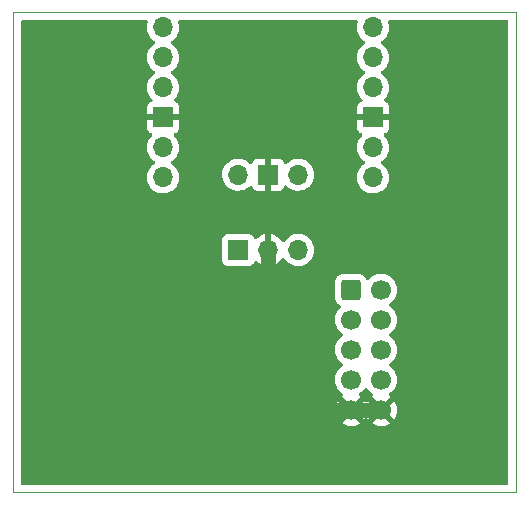
<source format=gbr>
%TF.GenerationSoftware,KiCad,Pcbnew,(6.0.8)*%
%TF.CreationDate,2022-10-05T13:18:44+02:00*%
%TF.ProjectId,Pico_Interface,5069636f-5f49-46e7-9465-72666163652e,rev?*%
%TF.SameCoordinates,Original*%
%TF.FileFunction,Copper,L2,Bot*%
%TF.FilePolarity,Positive*%
%FSLAX46Y46*%
G04 Gerber Fmt 4.6, Leading zero omitted, Abs format (unit mm)*
G04 Created by KiCad (PCBNEW (6.0.8)) date 2022-10-05 13:18:44*
%MOMM*%
%LPD*%
G01*
G04 APERTURE LIST*
G04 Aperture macros list*
%AMRoundRect*
0 Rectangle with rounded corners*
0 $1 Rounding radius*
0 $2 $3 $4 $5 $6 $7 $8 $9 X,Y pos of 4 corners*
0 Add a 4 corners polygon primitive as box body*
4,1,4,$2,$3,$4,$5,$6,$7,$8,$9,$2,$3,0*
0 Add four circle primitives for the rounded corners*
1,1,$1+$1,$2,$3*
1,1,$1+$1,$4,$5*
1,1,$1+$1,$6,$7*
1,1,$1+$1,$8,$9*
0 Add four rect primitives between the rounded corners*
20,1,$1+$1,$2,$3,$4,$5,0*
20,1,$1+$1,$4,$5,$6,$7,0*
20,1,$1+$1,$6,$7,$8,$9,0*
20,1,$1+$1,$8,$9,$2,$3,0*%
G04 Aperture macros list end*
%TA.AperFunction,Profile*%
%ADD10C,0.100000*%
%TD*%
%TA.AperFunction,ComponentPad*%
%ADD11O,1.700000X1.700000*%
%TD*%
%TA.AperFunction,ComponentPad*%
%ADD12R,1.700000X1.700000*%
%TD*%
%TA.AperFunction,ComponentPad*%
%ADD13C,1.700000*%
%TD*%
%TA.AperFunction,ComponentPad*%
%ADD14RoundRect,0.250000X-0.600000X-0.600000X0.600000X-0.600000X0.600000X0.600000X-0.600000X0.600000X0*%
%TD*%
%TA.AperFunction,Conductor*%
%ADD15C,1.250000*%
%TD*%
G04 APERTURE END LIST*
D10*
X85090000Y-106680000D02*
X127635000Y-106680000D01*
X127635000Y-106680000D02*
X127635000Y-147320000D01*
X127635000Y-147320000D02*
X85090000Y-147320000D01*
X85090000Y-147320000D02*
X85090000Y-106680000D01*
D11*
%TO.P,U1,15,GPIO11*%
%TO.N,unconnected-(U1-Pad15)*%
X97790000Y-107950000D03*
%TO.P,U1,16,GPIO12*%
%TO.N,Net-(U1-Pad16)*%
X97790000Y-110490000D03*
%TO.P,U1,17,GPIO13*%
%TO.N,Net-(U1-Pad17)*%
X97790000Y-113030000D03*
D12*
%TO.P,U1,18,GND*%
%TO.N,GND*%
X97790000Y-115570000D03*
D11*
%TO.P,U1,19,GPIO14*%
%TO.N,Net-(U1-Pad19)*%
X97790000Y-118110000D03*
%TO.P,U1,20,GPIO15*%
%TO.N,Net-(U1-Pad20)*%
X97790000Y-120650000D03*
%TO.P,U1,21,GPIO16*%
%TO.N,Net-(U1-Pad21)*%
X115570000Y-120650000D03*
%TO.P,U1,22,GPIO17*%
%TO.N,Net-(U1-Pad22)*%
X115570000Y-118110000D03*
D12*
%TO.P,U1,23,GND*%
%TO.N,GND*%
X115570000Y-115570000D03*
D11*
%TO.P,U1,24,GPIO18*%
%TO.N,Net-(U1-Pad24)*%
X115570000Y-113030000D03*
%TO.P,U1,25,GPIO19*%
%TO.N,Net-(U1-Pad25)*%
X115570000Y-110490000D03*
%TO.P,U1,26,GPIO20*%
%TO.N,unconnected-(U1-Pad26)*%
X115570000Y-107950000D03*
%TO.P,U1,41,SWCLK*%
%TO.N,Net-(U1-Pad41)*%
X104140000Y-120420000D03*
D12*
%TO.P,U1,42,GND*%
%TO.N,GND*%
X106680000Y-120420000D03*
D11*
%TO.P,U1,43,SWDIO*%
%TO.N,Net-(U1-Pad43)*%
X109220000Y-120420000D03*
%TD*%
D12*
%TO.P,J2,1,Pin_1*%
%TO.N,Net-(U1-Pad41)*%
X104140000Y-126796800D03*
D11*
%TO.P,J2,2,Pin_2*%
%TO.N,GND*%
X106680000Y-126796800D03*
%TO.P,J2,3,Pin_3*%
%TO.N,Net-(U1-Pad43)*%
X109220000Y-126796800D03*
%TD*%
D13*
%TO.P,J1,10,Pin_10*%
%TO.N,GND*%
X116222500Y-140335000D03*
%TO.P,J1,9,Pin_9*%
X113682500Y-140335000D03*
%TO.P,J1,8,Pin_8*%
%TO.N,Net-(U1-Pad25)*%
X116222500Y-137795000D03*
%TO.P,J1,7,Pin_7*%
%TO.N,Net-(U1-Pad16)*%
X113682500Y-137795000D03*
%TO.P,J1,6,Pin_6*%
%TO.N,Net-(U1-Pad24)*%
X116222500Y-135255000D03*
%TO.P,J1,5,Pin_5*%
%TO.N,Net-(U1-Pad17)*%
X113682500Y-135255000D03*
%TO.P,J1,4,Pin_4*%
%TO.N,Net-(U1-Pad22)*%
X116222500Y-132715000D03*
%TO.P,J1,3,Pin_3*%
%TO.N,Net-(U1-Pad19)*%
X113682500Y-132715000D03*
%TO.P,J1,2,Pin_2*%
%TO.N,Net-(U1-Pad21)*%
X116222500Y-130175000D03*
D14*
%TO.P,J1,1,Pin_1*%
%TO.N,Net-(U1-Pad20)*%
X113682500Y-130175000D03*
%TD*%
D15*
%TO.N,GND*%
X113682500Y-140335000D02*
X116222500Y-140335000D01*
X109855000Y-140335000D02*
X113682500Y-140335000D01*
X106680000Y-137160000D02*
X109855000Y-140335000D01*
X106680000Y-126796800D02*
X106680000Y-137160000D01*
%TD*%
%TA.AperFunction,Conductor*%
%TO.N,GND*%
G36*
X96459096Y-107335002D02*
G01*
X96505589Y-107388658D01*
X96515693Y-107458932D01*
X96510552Y-107479267D01*
X96510688Y-107479305D01*
X96450989Y-107694570D01*
X96427251Y-107916695D01*
X96427548Y-107921848D01*
X96427548Y-107921851D01*
X96433011Y-108016590D01*
X96440110Y-108139715D01*
X96441247Y-108144761D01*
X96441248Y-108144767D01*
X96461119Y-108232939D01*
X96489222Y-108357639D01*
X96573266Y-108564616D01*
X96689987Y-108755088D01*
X96836250Y-108923938D01*
X97008126Y-109066632D01*
X97078595Y-109107811D01*
X97081445Y-109109476D01*
X97130169Y-109161114D01*
X97143240Y-109230897D01*
X97116509Y-109296669D01*
X97076055Y-109330027D01*
X97063607Y-109336507D01*
X97059474Y-109339610D01*
X97059471Y-109339612D01*
X97035247Y-109357800D01*
X96884965Y-109470635D01*
X96730629Y-109632138D01*
X96604743Y-109816680D01*
X96510688Y-110019305D01*
X96450989Y-110234570D01*
X96427251Y-110456695D01*
X96427548Y-110461848D01*
X96427548Y-110461851D01*
X96433011Y-110556590D01*
X96440110Y-110679715D01*
X96441247Y-110684761D01*
X96441248Y-110684767D01*
X96461119Y-110772939D01*
X96489222Y-110897639D01*
X96573266Y-111104616D01*
X96689987Y-111295088D01*
X96836250Y-111463938D01*
X97008126Y-111606632D01*
X97078595Y-111647811D01*
X97081445Y-111649476D01*
X97130169Y-111701114D01*
X97143240Y-111770897D01*
X97116509Y-111836669D01*
X97076055Y-111870027D01*
X97063607Y-111876507D01*
X97059474Y-111879610D01*
X97059471Y-111879612D01*
X97035247Y-111897800D01*
X96884965Y-112010635D01*
X96730629Y-112172138D01*
X96604743Y-112356680D01*
X96510688Y-112559305D01*
X96450989Y-112774570D01*
X96427251Y-112996695D01*
X96427548Y-113001848D01*
X96427548Y-113001851D01*
X96433011Y-113096590D01*
X96440110Y-113219715D01*
X96441247Y-113224761D01*
X96441248Y-113224767D01*
X96461119Y-113312939D01*
X96489222Y-113437639D01*
X96573266Y-113644616D01*
X96689987Y-113835088D01*
X96836250Y-114003938D01*
X96840225Y-114007238D01*
X96840231Y-114007244D01*
X96845425Y-114011556D01*
X96885059Y-114070460D01*
X96886555Y-114141441D01*
X96849439Y-114201962D01*
X96809168Y-114226480D01*
X96701946Y-114266676D01*
X96686351Y-114275214D01*
X96584276Y-114351715D01*
X96571715Y-114364276D01*
X96495214Y-114466351D01*
X96486676Y-114481946D01*
X96441522Y-114602394D01*
X96437895Y-114617649D01*
X96432369Y-114668514D01*
X96432000Y-114675328D01*
X96432000Y-115297885D01*
X96436475Y-115313124D01*
X96437865Y-115314329D01*
X96445548Y-115316000D01*
X99129884Y-115316000D01*
X99145123Y-115311525D01*
X99146328Y-115310135D01*
X99147999Y-115302452D01*
X99147999Y-114675331D01*
X99147629Y-114668510D01*
X99142105Y-114617648D01*
X99138479Y-114602396D01*
X99093324Y-114481946D01*
X99084786Y-114466351D01*
X99008285Y-114364276D01*
X98995724Y-114351715D01*
X98893649Y-114275214D01*
X98878054Y-114266676D01*
X98767813Y-114225348D01*
X98711049Y-114182706D01*
X98686349Y-114116145D01*
X98701557Y-114046796D01*
X98723104Y-114018115D01*
X98824430Y-113917144D01*
X98824440Y-113917132D01*
X98828096Y-113913489D01*
X98887594Y-113830689D01*
X98955435Y-113736277D01*
X98958453Y-113732077D01*
X99057430Y-113531811D01*
X99122370Y-113318069D01*
X99151529Y-113096590D01*
X99153156Y-113030000D01*
X99134852Y-112807361D01*
X99080431Y-112590702D01*
X98991354Y-112385840D01*
X98870014Y-112198277D01*
X98719670Y-112033051D01*
X98715619Y-112029852D01*
X98715615Y-112029848D01*
X98548414Y-111897800D01*
X98548410Y-111897798D01*
X98544359Y-111894598D01*
X98503053Y-111871796D01*
X98453084Y-111821364D01*
X98438312Y-111751921D01*
X98463428Y-111685516D01*
X98490780Y-111658909D01*
X98534603Y-111627650D01*
X98669860Y-111531173D01*
X98828096Y-111373489D01*
X98887594Y-111290689D01*
X98955435Y-111196277D01*
X98958453Y-111192077D01*
X99057430Y-110991811D01*
X99122370Y-110778069D01*
X99151529Y-110556590D01*
X99153156Y-110490000D01*
X99134852Y-110267361D01*
X99080431Y-110050702D01*
X98991354Y-109845840D01*
X98870014Y-109658277D01*
X98719670Y-109493051D01*
X98715619Y-109489852D01*
X98715615Y-109489848D01*
X98548414Y-109357800D01*
X98548410Y-109357798D01*
X98544359Y-109354598D01*
X98503053Y-109331796D01*
X98453084Y-109281364D01*
X98438312Y-109211921D01*
X98463428Y-109145516D01*
X98490780Y-109118909D01*
X98534603Y-109087650D01*
X98669860Y-108991173D01*
X98828096Y-108833489D01*
X98887594Y-108750689D01*
X98955435Y-108656277D01*
X98958453Y-108652077D01*
X99057430Y-108451811D01*
X99122370Y-108238069D01*
X99151529Y-108016590D01*
X99153156Y-107950000D01*
X99134852Y-107727361D01*
X99080431Y-107510702D01*
X99071969Y-107491240D01*
X99063149Y-107420796D01*
X99093816Y-107356764D01*
X99154233Y-107319476D01*
X99187519Y-107315000D01*
X114170975Y-107315000D01*
X114239096Y-107335002D01*
X114285589Y-107388658D01*
X114295693Y-107458932D01*
X114290552Y-107479267D01*
X114290688Y-107479305D01*
X114230989Y-107694570D01*
X114207251Y-107916695D01*
X114207548Y-107921848D01*
X114207548Y-107921851D01*
X114213011Y-108016590D01*
X114220110Y-108139715D01*
X114221247Y-108144761D01*
X114221248Y-108144767D01*
X114241119Y-108232939D01*
X114269222Y-108357639D01*
X114353266Y-108564616D01*
X114469987Y-108755088D01*
X114616250Y-108923938D01*
X114788126Y-109066632D01*
X114858595Y-109107811D01*
X114861445Y-109109476D01*
X114910169Y-109161114D01*
X114923240Y-109230897D01*
X114896509Y-109296669D01*
X114856055Y-109330027D01*
X114843607Y-109336507D01*
X114839474Y-109339610D01*
X114839471Y-109339612D01*
X114815247Y-109357800D01*
X114664965Y-109470635D01*
X114510629Y-109632138D01*
X114384743Y-109816680D01*
X114290688Y-110019305D01*
X114230989Y-110234570D01*
X114207251Y-110456695D01*
X114207548Y-110461848D01*
X114207548Y-110461851D01*
X114213011Y-110556590D01*
X114220110Y-110679715D01*
X114221247Y-110684761D01*
X114221248Y-110684767D01*
X114241119Y-110772939D01*
X114269222Y-110897639D01*
X114353266Y-111104616D01*
X114469987Y-111295088D01*
X114616250Y-111463938D01*
X114788126Y-111606632D01*
X114858595Y-111647811D01*
X114861445Y-111649476D01*
X114910169Y-111701114D01*
X114923240Y-111770897D01*
X114896509Y-111836669D01*
X114856055Y-111870027D01*
X114843607Y-111876507D01*
X114839474Y-111879610D01*
X114839471Y-111879612D01*
X114815247Y-111897800D01*
X114664965Y-112010635D01*
X114510629Y-112172138D01*
X114384743Y-112356680D01*
X114290688Y-112559305D01*
X114230989Y-112774570D01*
X114207251Y-112996695D01*
X114207548Y-113001848D01*
X114207548Y-113001851D01*
X114213011Y-113096590D01*
X114220110Y-113219715D01*
X114221247Y-113224761D01*
X114221248Y-113224767D01*
X114241119Y-113312939D01*
X114269222Y-113437639D01*
X114353266Y-113644616D01*
X114469987Y-113835088D01*
X114616250Y-114003938D01*
X114620225Y-114007238D01*
X114620231Y-114007244D01*
X114625425Y-114011556D01*
X114665059Y-114070460D01*
X114666555Y-114141441D01*
X114629439Y-114201962D01*
X114589168Y-114226480D01*
X114481946Y-114266676D01*
X114466351Y-114275214D01*
X114364276Y-114351715D01*
X114351715Y-114364276D01*
X114275214Y-114466351D01*
X114266676Y-114481946D01*
X114221522Y-114602394D01*
X114217895Y-114617649D01*
X114212369Y-114668514D01*
X114212000Y-114675328D01*
X114212000Y-115297885D01*
X114216475Y-115313124D01*
X114217865Y-115314329D01*
X114225548Y-115316000D01*
X116909884Y-115316000D01*
X116925123Y-115311525D01*
X116926328Y-115310135D01*
X116927999Y-115302452D01*
X116927999Y-114675331D01*
X116927629Y-114668510D01*
X116922105Y-114617648D01*
X116918479Y-114602396D01*
X116873324Y-114481946D01*
X116864786Y-114466351D01*
X116788285Y-114364276D01*
X116775724Y-114351715D01*
X116673649Y-114275214D01*
X116658054Y-114266676D01*
X116547813Y-114225348D01*
X116491049Y-114182706D01*
X116466349Y-114116145D01*
X116481557Y-114046796D01*
X116503104Y-114018115D01*
X116604430Y-113917144D01*
X116604440Y-113917132D01*
X116608096Y-113913489D01*
X116667594Y-113830689D01*
X116735435Y-113736277D01*
X116738453Y-113732077D01*
X116837430Y-113531811D01*
X116902370Y-113318069D01*
X116931529Y-113096590D01*
X116933156Y-113030000D01*
X116914852Y-112807361D01*
X116860431Y-112590702D01*
X116771354Y-112385840D01*
X116650014Y-112198277D01*
X116499670Y-112033051D01*
X116495619Y-112029852D01*
X116495615Y-112029848D01*
X116328414Y-111897800D01*
X116328410Y-111897798D01*
X116324359Y-111894598D01*
X116283053Y-111871796D01*
X116233084Y-111821364D01*
X116218312Y-111751921D01*
X116243428Y-111685516D01*
X116270780Y-111658909D01*
X116314603Y-111627650D01*
X116449860Y-111531173D01*
X116608096Y-111373489D01*
X116667594Y-111290689D01*
X116735435Y-111196277D01*
X116738453Y-111192077D01*
X116837430Y-110991811D01*
X116902370Y-110778069D01*
X116931529Y-110556590D01*
X116933156Y-110490000D01*
X116914852Y-110267361D01*
X116860431Y-110050702D01*
X116771354Y-109845840D01*
X116650014Y-109658277D01*
X116499670Y-109493051D01*
X116495619Y-109489852D01*
X116495615Y-109489848D01*
X116328414Y-109357800D01*
X116328410Y-109357798D01*
X116324359Y-109354598D01*
X116283053Y-109331796D01*
X116233084Y-109281364D01*
X116218312Y-109211921D01*
X116243428Y-109145516D01*
X116270780Y-109118909D01*
X116314603Y-109087650D01*
X116449860Y-108991173D01*
X116608096Y-108833489D01*
X116667594Y-108750689D01*
X116735435Y-108656277D01*
X116738453Y-108652077D01*
X116837430Y-108451811D01*
X116902370Y-108238069D01*
X116931529Y-108016590D01*
X116933156Y-107950000D01*
X116914852Y-107727361D01*
X116860431Y-107510702D01*
X116851969Y-107491240D01*
X116843149Y-107420796D01*
X116873816Y-107356764D01*
X116934233Y-107319476D01*
X116967519Y-107315000D01*
X126874000Y-107315000D01*
X126942121Y-107335002D01*
X126988614Y-107388658D01*
X127000000Y-107441000D01*
X127000000Y-146559000D01*
X126979998Y-146627121D01*
X126926342Y-146673614D01*
X126874000Y-146685000D01*
X85851000Y-146685000D01*
X85782879Y-146664998D01*
X85736386Y-146611342D01*
X85725000Y-146559000D01*
X85725000Y-141459853D01*
X112922477Y-141459853D01*
X112927758Y-141466907D01*
X113089256Y-141561279D01*
X113098542Y-141565729D01*
X113297501Y-141641703D01*
X113307399Y-141644579D01*
X113516095Y-141687038D01*
X113526323Y-141688257D01*
X113739150Y-141696062D01*
X113749436Y-141695595D01*
X113960685Y-141668534D01*
X113970762Y-141666392D01*
X114174755Y-141605191D01*
X114184342Y-141601433D01*
X114375598Y-141507738D01*
X114384444Y-141502465D01*
X114431747Y-141468723D01*
X114438711Y-141459853D01*
X115462477Y-141459853D01*
X115467758Y-141466907D01*
X115629256Y-141561279D01*
X115638542Y-141565729D01*
X115837501Y-141641703D01*
X115847399Y-141644579D01*
X116056095Y-141687038D01*
X116066323Y-141688257D01*
X116279150Y-141696062D01*
X116289436Y-141695595D01*
X116500685Y-141668534D01*
X116510762Y-141666392D01*
X116714755Y-141605191D01*
X116724342Y-141601433D01*
X116915598Y-141507738D01*
X116924444Y-141502465D01*
X116971747Y-141468723D01*
X116980148Y-141458023D01*
X116973160Y-141444870D01*
X116235312Y-140707022D01*
X116221368Y-140699408D01*
X116219535Y-140699539D01*
X116212920Y-140703790D01*
X115469237Y-141447473D01*
X115462477Y-141459853D01*
X114438711Y-141459853D01*
X114440148Y-141458023D01*
X114433160Y-141444870D01*
X113695312Y-140707022D01*
X113681368Y-140699408D01*
X113679535Y-140699539D01*
X113672920Y-140703790D01*
X112929237Y-141447473D01*
X112922477Y-141459853D01*
X85725000Y-141459853D01*
X85725000Y-140306863D01*
X112320550Y-140306863D01*
X112332809Y-140519477D01*
X112334245Y-140529697D01*
X112381065Y-140737446D01*
X112384145Y-140747275D01*
X112464270Y-140944603D01*
X112468913Y-140953794D01*
X112548960Y-141084420D01*
X112559416Y-141093880D01*
X112568194Y-141090096D01*
X113310478Y-140347812D01*
X113316856Y-140336132D01*
X114046908Y-140336132D01*
X114047039Y-140337965D01*
X114051290Y-140344580D01*
X114792974Y-141086264D01*
X114804984Y-141092823D01*
X114816723Y-141083855D01*
X114850522Y-141036819D01*
X114851649Y-141037629D01*
X114899159Y-140993881D01*
X114969096Y-140981661D01*
X115034538Y-141009191D01*
X115062370Y-141041029D01*
X115088959Y-141084419D01*
X115099416Y-141093880D01*
X115108194Y-141090096D01*
X115850478Y-140347812D01*
X115856856Y-140336132D01*
X116586908Y-140336132D01*
X116587039Y-140337965D01*
X116591290Y-140344580D01*
X117332974Y-141086264D01*
X117344984Y-141092823D01*
X117356723Y-141083855D01*
X117387504Y-141041019D01*
X117392815Y-141032180D01*
X117487170Y-140841267D01*
X117490969Y-140831672D01*
X117552876Y-140627915D01*
X117555055Y-140617834D01*
X117583090Y-140404887D01*
X117583609Y-140398212D01*
X117585072Y-140338364D01*
X117584878Y-140331646D01*
X117567281Y-140117604D01*
X117565596Y-140107424D01*
X117513714Y-139900875D01*
X117510394Y-139891124D01*
X117425472Y-139695814D01*
X117420605Y-139686739D01*
X117355563Y-139586197D01*
X117344877Y-139576995D01*
X117335312Y-139581398D01*
X116594522Y-140322188D01*
X116586908Y-140336132D01*
X115856856Y-140336132D01*
X115858092Y-140333868D01*
X115857961Y-140332035D01*
X115853710Y-140325420D01*
X115112349Y-139584059D01*
X115100813Y-139577759D01*
X115088528Y-139587384D01*
X115055692Y-139635520D01*
X115000781Y-139680523D01*
X114930256Y-139688694D01*
X114866509Y-139657440D01*
X114845811Y-139632955D01*
X114815562Y-139586197D01*
X114804877Y-139576995D01*
X114795312Y-139581398D01*
X114054522Y-140322188D01*
X114046908Y-140336132D01*
X113316856Y-140336132D01*
X113318092Y-140333868D01*
X113317961Y-140332035D01*
X113313710Y-140325420D01*
X112572349Y-139584059D01*
X112560813Y-139577759D01*
X112548531Y-139587382D01*
X112500589Y-139657662D01*
X112495504Y-139666613D01*
X112405838Y-139859783D01*
X112402275Y-139869470D01*
X112345364Y-140074681D01*
X112343433Y-140084800D01*
X112320802Y-140296574D01*
X112320550Y-140306863D01*
X85725000Y-140306863D01*
X85725000Y-137761695D01*
X112319751Y-137761695D01*
X112320048Y-137766848D01*
X112320048Y-137766851D01*
X112325511Y-137861590D01*
X112332610Y-137984715D01*
X112333747Y-137989761D01*
X112333748Y-137989767D01*
X112353619Y-138077939D01*
X112381722Y-138202639D01*
X112465766Y-138409616D01*
X112516519Y-138492438D01*
X112579791Y-138595688D01*
X112582487Y-138600088D01*
X112728750Y-138768938D01*
X112900626Y-138911632D01*
X112974455Y-138954774D01*
X113023179Y-139006412D01*
X113036250Y-139076195D01*
X113009519Y-139141967D01*
X112969062Y-139175327D01*
X112960960Y-139179544D01*
X112952234Y-139185039D01*
X112932177Y-139200099D01*
X112923723Y-139211427D01*
X112930468Y-139223758D01*
X113669688Y-139962978D01*
X113683632Y-139970592D01*
X113685465Y-139970461D01*
X113692080Y-139966210D01*
X114435889Y-139222401D01*
X114442910Y-139209544D01*
X114436111Y-139200213D01*
X114432059Y-139197521D01*
X114395102Y-139177120D01*
X114345131Y-139126687D01*
X114330359Y-139057245D01*
X114355475Y-138990839D01*
X114382827Y-138964232D01*
X114406297Y-138947491D01*
X114562360Y-138836173D01*
X114720596Y-138678489D01*
X114780094Y-138595689D01*
X114850953Y-138497077D01*
X114852276Y-138498028D01*
X114899145Y-138454857D01*
X114969080Y-138442625D01*
X115034526Y-138470144D01*
X115062375Y-138501994D01*
X115122487Y-138600088D01*
X115268750Y-138768938D01*
X115440626Y-138911632D01*
X115514455Y-138954774D01*
X115563179Y-139006412D01*
X115576250Y-139076195D01*
X115549519Y-139141967D01*
X115509062Y-139175327D01*
X115500960Y-139179544D01*
X115492234Y-139185039D01*
X115472177Y-139200099D01*
X115463723Y-139211427D01*
X115470468Y-139223758D01*
X116209688Y-139962978D01*
X116223632Y-139970592D01*
X116225465Y-139970461D01*
X116232080Y-139966210D01*
X116975889Y-139222401D01*
X116982910Y-139209544D01*
X116976111Y-139200213D01*
X116972059Y-139197521D01*
X116935102Y-139177120D01*
X116885131Y-139126687D01*
X116870359Y-139057245D01*
X116895475Y-138990839D01*
X116922827Y-138964232D01*
X116946297Y-138947491D01*
X117102360Y-138836173D01*
X117260596Y-138678489D01*
X117320094Y-138595689D01*
X117387935Y-138501277D01*
X117390953Y-138497077D01*
X117411820Y-138454857D01*
X117487636Y-138301453D01*
X117487637Y-138301451D01*
X117489930Y-138296811D01*
X117554870Y-138083069D01*
X117584029Y-137861590D01*
X117585656Y-137795000D01*
X117567352Y-137572361D01*
X117512931Y-137355702D01*
X117423854Y-137150840D01*
X117302514Y-136963277D01*
X117152170Y-136798051D01*
X117148119Y-136794852D01*
X117148115Y-136794848D01*
X116980914Y-136662800D01*
X116980910Y-136662798D01*
X116976859Y-136659598D01*
X116935553Y-136636796D01*
X116885584Y-136586364D01*
X116870812Y-136516921D01*
X116895928Y-136450516D01*
X116923280Y-136423909D01*
X116967103Y-136392650D01*
X117102360Y-136296173D01*
X117260596Y-136138489D01*
X117320094Y-136055689D01*
X117387935Y-135961277D01*
X117390953Y-135957077D01*
X117411820Y-135914857D01*
X117487636Y-135761453D01*
X117487637Y-135761451D01*
X117489930Y-135756811D01*
X117554870Y-135543069D01*
X117584029Y-135321590D01*
X117585656Y-135255000D01*
X117567352Y-135032361D01*
X117512931Y-134815702D01*
X117423854Y-134610840D01*
X117302514Y-134423277D01*
X117152170Y-134258051D01*
X117148119Y-134254852D01*
X117148115Y-134254848D01*
X116980914Y-134122800D01*
X116980910Y-134122798D01*
X116976859Y-134119598D01*
X116935553Y-134096796D01*
X116885584Y-134046364D01*
X116870812Y-133976921D01*
X116895928Y-133910516D01*
X116923280Y-133883909D01*
X116967103Y-133852650D01*
X117102360Y-133756173D01*
X117260596Y-133598489D01*
X117320094Y-133515689D01*
X117387935Y-133421277D01*
X117390953Y-133417077D01*
X117411820Y-133374857D01*
X117487636Y-133221453D01*
X117487637Y-133221451D01*
X117489930Y-133216811D01*
X117554870Y-133003069D01*
X117584029Y-132781590D01*
X117585656Y-132715000D01*
X117567352Y-132492361D01*
X117512931Y-132275702D01*
X117423854Y-132070840D01*
X117302514Y-131883277D01*
X117152170Y-131718051D01*
X117148116Y-131714849D01*
X117148115Y-131714848D01*
X116980914Y-131582800D01*
X116980910Y-131582798D01*
X116976859Y-131579598D01*
X116935553Y-131556796D01*
X116885584Y-131506364D01*
X116870812Y-131436921D01*
X116895928Y-131370516D01*
X116923280Y-131343909D01*
X116967103Y-131312650D01*
X117102360Y-131216173D01*
X117260596Y-131058489D01*
X117390953Y-130877077D01*
X117418108Y-130822134D01*
X117487636Y-130681453D01*
X117487637Y-130681451D01*
X117489930Y-130676811D01*
X117554870Y-130463069D01*
X117584029Y-130241590D01*
X117585656Y-130175000D01*
X117567352Y-129952361D01*
X117512931Y-129735702D01*
X117423854Y-129530840D01*
X117302514Y-129343277D01*
X117152170Y-129178051D01*
X117148119Y-129174852D01*
X117148115Y-129174848D01*
X116980914Y-129042800D01*
X116980910Y-129042798D01*
X116976859Y-129039598D01*
X116781289Y-128931638D01*
X116776420Y-128929914D01*
X116776416Y-128929912D01*
X116575587Y-128858795D01*
X116575583Y-128858794D01*
X116570712Y-128857069D01*
X116565619Y-128856162D01*
X116565616Y-128856161D01*
X116355873Y-128818800D01*
X116355867Y-128818799D01*
X116350784Y-128817894D01*
X116276952Y-128816992D01*
X116132581Y-128815228D01*
X116132579Y-128815228D01*
X116127411Y-128815165D01*
X115906591Y-128848955D01*
X115694256Y-128918357D01*
X115663943Y-128934137D01*
X115574178Y-128980866D01*
X115496107Y-129021507D01*
X115491974Y-129024610D01*
X115491971Y-129024612D01*
X115321600Y-129152530D01*
X115317465Y-129155635D01*
X115226281Y-129251054D01*
X115183527Y-129295793D01*
X115122003Y-129331223D01*
X115051090Y-129327766D01*
X114993304Y-129286520D01*
X114978333Y-129262194D01*
X114976365Y-129257994D01*
X114974050Y-129251054D01*
X114880978Y-129100652D01*
X114755803Y-128975695D01*
X114681530Y-128929912D01*
X114611468Y-128886725D01*
X114611466Y-128886724D01*
X114605238Y-128882885D01*
X114444754Y-128829655D01*
X114443889Y-128829368D01*
X114443887Y-128829368D01*
X114437361Y-128827203D01*
X114430525Y-128826503D01*
X114430522Y-128826502D01*
X114387469Y-128822091D01*
X114332900Y-128816500D01*
X113032100Y-128816500D01*
X113028854Y-128816837D01*
X113028850Y-128816837D01*
X112933192Y-128826762D01*
X112933188Y-128826763D01*
X112926334Y-128827474D01*
X112919798Y-128829655D01*
X112919796Y-128829655D01*
X112857131Y-128850562D01*
X112758554Y-128883450D01*
X112608152Y-128976522D01*
X112602979Y-128981704D01*
X112545186Y-129039598D01*
X112483195Y-129101697D01*
X112479355Y-129107927D01*
X112479354Y-129107928D01*
X112394966Y-129244831D01*
X112390385Y-129252262D01*
X112334703Y-129420139D01*
X112324000Y-129524600D01*
X112324000Y-130825400D01*
X112324337Y-130828646D01*
X112324337Y-130828650D01*
X112329798Y-130881277D01*
X112334974Y-130931166D01*
X112337155Y-130937702D01*
X112337155Y-130937704D01*
X112381228Y-131069806D01*
X112390950Y-131098946D01*
X112484022Y-131249348D01*
X112609197Y-131374305D01*
X112615427Y-131378145D01*
X112615428Y-131378146D01*
X112628355Y-131386114D01*
X112759762Y-131467115D01*
X112766709Y-131469419D01*
X112768776Y-131470383D01*
X112822061Y-131517299D01*
X112841523Y-131585576D01*
X112820982Y-131653536D01*
X112791181Y-131685337D01*
X112777465Y-131695635D01*
X112623129Y-131857138D01*
X112497243Y-132041680D01*
X112403188Y-132244305D01*
X112343489Y-132459570D01*
X112319751Y-132681695D01*
X112320048Y-132686848D01*
X112320048Y-132686851D01*
X112325511Y-132781590D01*
X112332610Y-132904715D01*
X112333747Y-132909761D01*
X112333748Y-132909767D01*
X112353619Y-132997939D01*
X112381722Y-133122639D01*
X112465766Y-133329616D01*
X112516519Y-133412438D01*
X112579791Y-133515688D01*
X112582487Y-133520088D01*
X112728750Y-133688938D01*
X112900626Y-133831632D01*
X112971095Y-133872811D01*
X112973945Y-133874476D01*
X113022669Y-133926114D01*
X113035740Y-133995897D01*
X113009009Y-134061669D01*
X112968555Y-134095027D01*
X112956107Y-134101507D01*
X112951974Y-134104610D01*
X112951971Y-134104612D01*
X112927747Y-134122800D01*
X112777465Y-134235635D01*
X112623129Y-134397138D01*
X112497243Y-134581680D01*
X112403188Y-134784305D01*
X112343489Y-134999570D01*
X112319751Y-135221695D01*
X112320048Y-135226848D01*
X112320048Y-135226851D01*
X112325511Y-135321590D01*
X112332610Y-135444715D01*
X112333747Y-135449761D01*
X112333748Y-135449767D01*
X112353619Y-135537939D01*
X112381722Y-135662639D01*
X112465766Y-135869616D01*
X112516519Y-135952438D01*
X112579791Y-136055688D01*
X112582487Y-136060088D01*
X112728750Y-136228938D01*
X112900626Y-136371632D01*
X112971095Y-136412811D01*
X112973945Y-136414476D01*
X113022669Y-136466114D01*
X113035740Y-136535897D01*
X113009009Y-136601669D01*
X112968555Y-136635027D01*
X112956107Y-136641507D01*
X112951974Y-136644610D01*
X112951971Y-136644612D01*
X112927747Y-136662800D01*
X112777465Y-136775635D01*
X112623129Y-136937138D01*
X112497243Y-137121680D01*
X112403188Y-137324305D01*
X112343489Y-137539570D01*
X112319751Y-137761695D01*
X85725000Y-137761695D01*
X85725000Y-127694934D01*
X102781500Y-127694934D01*
X102788255Y-127757116D01*
X102839385Y-127893505D01*
X102926739Y-128010061D01*
X103043295Y-128097415D01*
X103179684Y-128148545D01*
X103241866Y-128155300D01*
X105038134Y-128155300D01*
X105100316Y-128148545D01*
X105236705Y-128097415D01*
X105353261Y-128010061D01*
X105440615Y-127893505D01*
X105484798Y-127775648D01*
X105527440Y-127718884D01*
X105594001Y-127694184D01*
X105663350Y-127709392D01*
X105698017Y-127737380D01*
X105723218Y-127766473D01*
X105730580Y-127773683D01*
X105894434Y-127909716D01*
X105902881Y-127915631D01*
X106086756Y-128023079D01*
X106096042Y-128027529D01*
X106295001Y-128103503D01*
X106304899Y-128106379D01*
X106408250Y-128127406D01*
X106422299Y-128126210D01*
X106426000Y-128115865D01*
X106426000Y-128115317D01*
X106934000Y-128115317D01*
X106938064Y-128129159D01*
X106951478Y-128131193D01*
X106958184Y-128130334D01*
X106968262Y-128128192D01*
X107172255Y-128066991D01*
X107181842Y-128063233D01*
X107373095Y-127969539D01*
X107381945Y-127964264D01*
X107555328Y-127840592D01*
X107563200Y-127833939D01*
X107714052Y-127683612D01*
X107720730Y-127675765D01*
X107848022Y-127498619D01*
X107849279Y-127499522D01*
X107896373Y-127456162D01*
X107966311Y-127443945D01*
X108031751Y-127471478D01*
X108059579Y-127503311D01*
X108119987Y-127601888D01*
X108266250Y-127770738D01*
X108438126Y-127913432D01*
X108631000Y-128026138D01*
X108839692Y-128105830D01*
X108844760Y-128106861D01*
X108844763Y-128106862D01*
X108939862Y-128126210D01*
X109058597Y-128150367D01*
X109063772Y-128150557D01*
X109063774Y-128150557D01*
X109276673Y-128158364D01*
X109276677Y-128158364D01*
X109281837Y-128158553D01*
X109286957Y-128157897D01*
X109286959Y-128157897D01*
X109498288Y-128130825D01*
X109498289Y-128130825D01*
X109503416Y-128130168D01*
X109508366Y-128128683D01*
X109712429Y-128067461D01*
X109712434Y-128067459D01*
X109717384Y-128065974D01*
X109917994Y-127967696D01*
X110099860Y-127837973D01*
X110258096Y-127680289D01*
X110388453Y-127498877D01*
X110401995Y-127471478D01*
X110485136Y-127303253D01*
X110485137Y-127303251D01*
X110487430Y-127298611D01*
X110552370Y-127084869D01*
X110581529Y-126863390D01*
X110583156Y-126796800D01*
X110564852Y-126574161D01*
X110510431Y-126357502D01*
X110421354Y-126152640D01*
X110300014Y-125965077D01*
X110149670Y-125799851D01*
X110145619Y-125796652D01*
X110145615Y-125796648D01*
X109978414Y-125664600D01*
X109978410Y-125664598D01*
X109974359Y-125661398D01*
X109938028Y-125641342D01*
X109922136Y-125632569D01*
X109778789Y-125553438D01*
X109773920Y-125551714D01*
X109773916Y-125551712D01*
X109573087Y-125480595D01*
X109573083Y-125480594D01*
X109568212Y-125478869D01*
X109563119Y-125477962D01*
X109563116Y-125477961D01*
X109353373Y-125440600D01*
X109353367Y-125440599D01*
X109348284Y-125439694D01*
X109274452Y-125438792D01*
X109130081Y-125437028D01*
X109130079Y-125437028D01*
X109124911Y-125436965D01*
X108904091Y-125470755D01*
X108691756Y-125540157D01*
X108493607Y-125643307D01*
X108489474Y-125646410D01*
X108489471Y-125646412D01*
X108319100Y-125774330D01*
X108314965Y-125777435D01*
X108160629Y-125938938D01*
X108157715Y-125943210D01*
X108157714Y-125943211D01*
X108052898Y-126096866D01*
X107997987Y-126141869D01*
X107927462Y-126150040D01*
X107863715Y-126118786D01*
X107843018Y-126094302D01*
X107762426Y-125969726D01*
X107756136Y-125961557D01*
X107612806Y-125804040D01*
X107605273Y-125797015D01*
X107438139Y-125665022D01*
X107429552Y-125659317D01*
X107243117Y-125556399D01*
X107233705Y-125552169D01*
X107032959Y-125481080D01*
X107022988Y-125478446D01*
X106951837Y-125465772D01*
X106938540Y-125467232D01*
X106934000Y-125481789D01*
X106934000Y-128115317D01*
X106426000Y-128115317D01*
X106426000Y-125479902D01*
X106422082Y-125466558D01*
X106407806Y-125464571D01*
X106369324Y-125470460D01*
X106359288Y-125472851D01*
X106156868Y-125539012D01*
X106147359Y-125543009D01*
X105958463Y-125641342D01*
X105949738Y-125646836D01*
X105779433Y-125774705D01*
X105771726Y-125781548D01*
X105694478Y-125862384D01*
X105632954Y-125897814D01*
X105562042Y-125894357D01*
X105504255Y-125853111D01*
X105485402Y-125819563D01*
X105443767Y-125708503D01*
X105440615Y-125700095D01*
X105353261Y-125583539D01*
X105236705Y-125496185D01*
X105100316Y-125445055D01*
X105038134Y-125438300D01*
X103241866Y-125438300D01*
X103179684Y-125445055D01*
X103043295Y-125496185D01*
X102926739Y-125583539D01*
X102839385Y-125700095D01*
X102788255Y-125836484D01*
X102781500Y-125898666D01*
X102781500Y-127694934D01*
X85725000Y-127694934D01*
X85725000Y-120616695D01*
X96427251Y-120616695D01*
X96427548Y-120621848D01*
X96427548Y-120621851D01*
X96433011Y-120716590D01*
X96440110Y-120839715D01*
X96441247Y-120844761D01*
X96441248Y-120844767D01*
X96461119Y-120932939D01*
X96489222Y-121057639D01*
X96573266Y-121264616D01*
X96689987Y-121455088D01*
X96836250Y-121623938D01*
X97008126Y-121766632D01*
X97201000Y-121879338D01*
X97409692Y-121959030D01*
X97414760Y-121960061D01*
X97414763Y-121960062D01*
X97522017Y-121981883D01*
X97628597Y-122003567D01*
X97633772Y-122003757D01*
X97633774Y-122003757D01*
X97846673Y-122011564D01*
X97846677Y-122011564D01*
X97851837Y-122011753D01*
X97856957Y-122011097D01*
X97856959Y-122011097D01*
X98068288Y-121984025D01*
X98068289Y-121984025D01*
X98073416Y-121983368D01*
X98078366Y-121981883D01*
X98282429Y-121920661D01*
X98282434Y-121920659D01*
X98287384Y-121919174D01*
X98487994Y-121820896D01*
X98669860Y-121691173D01*
X98711842Y-121649338D01*
X98770488Y-121590896D01*
X98828096Y-121533489D01*
X98882679Y-121457529D01*
X98955435Y-121356277D01*
X98958453Y-121352077D01*
X98963341Y-121342188D01*
X99055136Y-121156453D01*
X99055137Y-121156451D01*
X99057430Y-121151811D01*
X99122370Y-120938069D01*
X99151529Y-120716590D01*
X99153156Y-120650000D01*
X99134852Y-120427361D01*
X99124637Y-120386695D01*
X102777251Y-120386695D01*
X102777548Y-120391848D01*
X102777548Y-120391851D01*
X102783011Y-120486590D01*
X102790110Y-120609715D01*
X102791247Y-120614761D01*
X102791248Y-120614767D01*
X102799947Y-120653365D01*
X102839222Y-120827639D01*
X102923266Y-121034616D01*
X102940307Y-121062425D01*
X102997928Y-121156453D01*
X103039987Y-121225088D01*
X103186250Y-121393938D01*
X103358126Y-121536632D01*
X103551000Y-121649338D01*
X103759692Y-121729030D01*
X103764760Y-121730061D01*
X103764763Y-121730062D01*
X103872017Y-121751883D01*
X103978597Y-121773567D01*
X103983772Y-121773757D01*
X103983774Y-121773757D01*
X104196673Y-121781564D01*
X104196677Y-121781564D01*
X104201837Y-121781753D01*
X104206957Y-121781097D01*
X104206959Y-121781097D01*
X104418288Y-121754025D01*
X104418289Y-121754025D01*
X104423416Y-121753368D01*
X104428366Y-121751883D01*
X104632429Y-121690661D01*
X104632434Y-121690659D01*
X104637384Y-121689174D01*
X104837994Y-121590896D01*
X105019860Y-121461173D01*
X105025967Y-121455088D01*
X105128479Y-121352933D01*
X105190851Y-121319017D01*
X105261658Y-121324205D01*
X105318419Y-121366851D01*
X105335401Y-121397954D01*
X105376676Y-121508054D01*
X105385214Y-121523649D01*
X105461715Y-121625724D01*
X105474276Y-121638285D01*
X105576351Y-121714786D01*
X105591946Y-121723324D01*
X105712394Y-121768478D01*
X105727649Y-121772105D01*
X105778514Y-121777631D01*
X105785328Y-121778000D01*
X106407885Y-121778000D01*
X106423124Y-121773525D01*
X106424329Y-121772135D01*
X106426000Y-121764452D01*
X106426000Y-121759884D01*
X106934000Y-121759884D01*
X106938475Y-121775123D01*
X106939865Y-121776328D01*
X106947548Y-121777999D01*
X107574669Y-121777999D01*
X107581490Y-121777629D01*
X107632352Y-121772105D01*
X107647604Y-121768479D01*
X107768054Y-121723324D01*
X107783649Y-121714786D01*
X107885724Y-121638285D01*
X107898285Y-121625724D01*
X107974786Y-121523649D01*
X107983324Y-121508054D01*
X108024225Y-121398952D01*
X108066867Y-121342188D01*
X108133428Y-121317488D01*
X108202777Y-121332696D01*
X108237444Y-121360684D01*
X108262865Y-121390031D01*
X108262869Y-121390035D01*
X108266250Y-121393938D01*
X108438126Y-121536632D01*
X108631000Y-121649338D01*
X108839692Y-121729030D01*
X108844760Y-121730061D01*
X108844763Y-121730062D01*
X108952017Y-121751883D01*
X109058597Y-121773567D01*
X109063772Y-121773757D01*
X109063774Y-121773757D01*
X109276673Y-121781564D01*
X109276677Y-121781564D01*
X109281837Y-121781753D01*
X109286957Y-121781097D01*
X109286959Y-121781097D01*
X109498288Y-121754025D01*
X109498289Y-121754025D01*
X109503416Y-121753368D01*
X109508366Y-121751883D01*
X109712429Y-121690661D01*
X109712434Y-121690659D01*
X109717384Y-121689174D01*
X109917994Y-121590896D01*
X110099860Y-121461173D01*
X110105967Y-121455088D01*
X110213993Y-121347438D01*
X110258096Y-121303489D01*
X110317594Y-121220689D01*
X110385435Y-121126277D01*
X110388453Y-121122077D01*
X110422793Y-121052596D01*
X110485136Y-120926453D01*
X110485137Y-120926451D01*
X110487430Y-120921811D01*
X110552370Y-120708069D01*
X110564400Y-120616695D01*
X114207251Y-120616695D01*
X114207548Y-120621848D01*
X114207548Y-120621851D01*
X114213011Y-120716590D01*
X114220110Y-120839715D01*
X114221247Y-120844761D01*
X114221248Y-120844767D01*
X114241119Y-120932939D01*
X114269222Y-121057639D01*
X114353266Y-121264616D01*
X114469987Y-121455088D01*
X114616250Y-121623938D01*
X114788126Y-121766632D01*
X114981000Y-121879338D01*
X115189692Y-121959030D01*
X115194760Y-121960061D01*
X115194763Y-121960062D01*
X115302017Y-121981883D01*
X115408597Y-122003567D01*
X115413772Y-122003757D01*
X115413774Y-122003757D01*
X115626673Y-122011564D01*
X115626677Y-122011564D01*
X115631837Y-122011753D01*
X115636957Y-122011097D01*
X115636959Y-122011097D01*
X115848288Y-121984025D01*
X115848289Y-121984025D01*
X115853416Y-121983368D01*
X115858366Y-121981883D01*
X116062429Y-121920661D01*
X116062434Y-121920659D01*
X116067384Y-121919174D01*
X116267994Y-121820896D01*
X116449860Y-121691173D01*
X116491842Y-121649338D01*
X116550488Y-121590896D01*
X116608096Y-121533489D01*
X116662679Y-121457529D01*
X116735435Y-121356277D01*
X116738453Y-121352077D01*
X116743341Y-121342188D01*
X116835136Y-121156453D01*
X116835137Y-121156451D01*
X116837430Y-121151811D01*
X116902370Y-120938069D01*
X116931529Y-120716590D01*
X116933156Y-120650000D01*
X116914852Y-120427361D01*
X116860431Y-120210702D01*
X116771354Y-120005840D01*
X116650014Y-119818277D01*
X116499670Y-119653051D01*
X116495619Y-119649852D01*
X116495615Y-119649848D01*
X116328414Y-119517800D01*
X116328410Y-119517798D01*
X116324359Y-119514598D01*
X116283053Y-119491796D01*
X116233084Y-119441364D01*
X116218312Y-119371921D01*
X116243428Y-119305516D01*
X116270780Y-119278909D01*
X116314603Y-119247650D01*
X116449860Y-119151173D01*
X116608096Y-118993489D01*
X116667594Y-118910689D01*
X116735435Y-118816277D01*
X116738453Y-118812077D01*
X116837430Y-118611811D01*
X116902370Y-118398069D01*
X116931529Y-118176590D01*
X116933156Y-118110000D01*
X116914852Y-117887361D01*
X116860431Y-117670702D01*
X116771354Y-117465840D01*
X116650014Y-117278277D01*
X116646540Y-117274459D01*
X116646533Y-117274450D01*
X116502435Y-117116088D01*
X116471383Y-117052242D01*
X116479779Y-116981744D01*
X116524956Y-116926976D01*
X116551400Y-116913307D01*
X116658052Y-116873325D01*
X116673649Y-116864786D01*
X116775724Y-116788285D01*
X116788285Y-116775724D01*
X116864786Y-116673649D01*
X116873324Y-116658054D01*
X116918478Y-116537606D01*
X116922105Y-116522351D01*
X116927631Y-116471486D01*
X116928000Y-116464672D01*
X116928000Y-115842115D01*
X116923525Y-115826876D01*
X116922135Y-115825671D01*
X116914452Y-115824000D01*
X114230116Y-115824000D01*
X114214877Y-115828475D01*
X114213672Y-115829865D01*
X114212001Y-115837548D01*
X114212001Y-116464669D01*
X114212371Y-116471490D01*
X114217895Y-116522352D01*
X114221521Y-116537604D01*
X114266676Y-116658054D01*
X114275214Y-116673649D01*
X114351715Y-116775724D01*
X114364276Y-116788285D01*
X114466351Y-116864786D01*
X114481946Y-116873324D01*
X114590827Y-116914142D01*
X114647591Y-116956784D01*
X114672291Y-117023345D01*
X114657083Y-117092694D01*
X114637691Y-117119175D01*
X114514200Y-117248401D01*
X114510629Y-117252138D01*
X114384743Y-117436680D01*
X114290688Y-117639305D01*
X114230989Y-117854570D01*
X114207251Y-118076695D01*
X114207548Y-118081848D01*
X114207548Y-118081851D01*
X114213011Y-118176590D01*
X114220110Y-118299715D01*
X114221247Y-118304761D01*
X114221248Y-118304767D01*
X114241119Y-118392939D01*
X114269222Y-118517639D01*
X114353266Y-118724616D01*
X114469987Y-118915088D01*
X114616250Y-119083938D01*
X114788126Y-119226632D01*
X114852276Y-119264118D01*
X114861445Y-119269476D01*
X114910169Y-119321114D01*
X114923240Y-119390897D01*
X114896509Y-119456669D01*
X114856055Y-119490027D01*
X114843607Y-119496507D01*
X114839474Y-119499610D01*
X114839471Y-119499612D01*
X114715600Y-119592617D01*
X114664965Y-119630635D01*
X114661393Y-119634373D01*
X114521665Y-119780590D01*
X114510629Y-119792138D01*
X114384743Y-119976680D01*
X114369003Y-120010590D01*
X114297528Y-120164570D01*
X114290688Y-120179305D01*
X114230989Y-120394570D01*
X114207251Y-120616695D01*
X110564400Y-120616695D01*
X110581529Y-120486590D01*
X110583156Y-120420000D01*
X110564852Y-120197361D01*
X110510431Y-119980702D01*
X110421354Y-119775840D01*
X110300014Y-119588277D01*
X110149670Y-119423051D01*
X110145619Y-119419852D01*
X110145615Y-119419848D01*
X109978414Y-119287800D01*
X109978410Y-119287798D01*
X109974359Y-119284598D01*
X109964054Y-119278909D01*
X109846970Y-119214276D01*
X109778789Y-119176638D01*
X109773920Y-119174914D01*
X109773916Y-119174912D01*
X109573087Y-119103795D01*
X109573083Y-119103794D01*
X109568212Y-119102069D01*
X109563119Y-119101162D01*
X109563116Y-119101161D01*
X109353373Y-119063800D01*
X109353367Y-119063799D01*
X109348284Y-119062894D01*
X109274452Y-119061992D01*
X109130081Y-119060228D01*
X109130079Y-119060228D01*
X109124911Y-119060165D01*
X108904091Y-119093955D01*
X108691756Y-119163357D01*
X108493607Y-119266507D01*
X108489474Y-119269610D01*
X108489471Y-119269612D01*
X108324658Y-119393357D01*
X108314965Y-119400635D01*
X108311393Y-119404373D01*
X108233898Y-119485466D01*
X108172374Y-119520895D01*
X108101462Y-119517438D01*
X108043676Y-119476192D01*
X108024823Y-119442644D01*
X107983324Y-119331946D01*
X107974786Y-119316351D01*
X107898285Y-119214276D01*
X107885724Y-119201715D01*
X107783649Y-119125214D01*
X107768054Y-119116676D01*
X107647606Y-119071522D01*
X107632351Y-119067895D01*
X107581486Y-119062369D01*
X107574672Y-119062000D01*
X106952115Y-119062000D01*
X106936876Y-119066475D01*
X106935671Y-119067865D01*
X106934000Y-119075548D01*
X106934000Y-121759884D01*
X106426000Y-121759884D01*
X106426000Y-119080116D01*
X106421525Y-119064877D01*
X106420135Y-119063672D01*
X106412452Y-119062001D01*
X105785331Y-119062001D01*
X105778510Y-119062371D01*
X105727648Y-119067895D01*
X105712396Y-119071521D01*
X105591946Y-119116676D01*
X105576351Y-119125214D01*
X105474276Y-119201715D01*
X105461715Y-119214276D01*
X105385214Y-119316351D01*
X105376676Y-119331946D01*
X105335297Y-119442322D01*
X105292655Y-119499087D01*
X105226093Y-119523786D01*
X105156744Y-119508578D01*
X105124121Y-119482891D01*
X105073151Y-119426876D01*
X105073145Y-119426870D01*
X105069670Y-119423051D01*
X105065619Y-119419852D01*
X105065615Y-119419848D01*
X104898414Y-119287800D01*
X104898410Y-119287798D01*
X104894359Y-119284598D01*
X104884054Y-119278909D01*
X104766970Y-119214276D01*
X104698789Y-119176638D01*
X104693920Y-119174914D01*
X104693916Y-119174912D01*
X104493087Y-119103795D01*
X104493083Y-119103794D01*
X104488212Y-119102069D01*
X104483119Y-119101162D01*
X104483116Y-119101161D01*
X104273373Y-119063800D01*
X104273367Y-119063799D01*
X104268284Y-119062894D01*
X104194452Y-119061992D01*
X104050081Y-119060228D01*
X104050079Y-119060228D01*
X104044911Y-119060165D01*
X103824091Y-119093955D01*
X103611756Y-119163357D01*
X103413607Y-119266507D01*
X103409474Y-119269610D01*
X103409471Y-119269612D01*
X103244658Y-119393357D01*
X103234965Y-119400635D01*
X103196043Y-119441364D01*
X103143348Y-119496507D01*
X103080629Y-119562138D01*
X103077715Y-119566410D01*
X103077714Y-119566411D01*
X103031354Y-119634373D01*
X102954743Y-119746680D01*
X102860688Y-119949305D01*
X102800989Y-120164570D01*
X102777251Y-120386695D01*
X99124637Y-120386695D01*
X99080431Y-120210702D01*
X98991354Y-120005840D01*
X98870014Y-119818277D01*
X98719670Y-119653051D01*
X98715619Y-119649852D01*
X98715615Y-119649848D01*
X98548414Y-119517800D01*
X98548410Y-119517798D01*
X98544359Y-119514598D01*
X98503053Y-119491796D01*
X98453084Y-119441364D01*
X98438312Y-119371921D01*
X98463428Y-119305516D01*
X98490780Y-119278909D01*
X98534603Y-119247650D01*
X98669860Y-119151173D01*
X98828096Y-118993489D01*
X98887594Y-118910689D01*
X98955435Y-118816277D01*
X98958453Y-118812077D01*
X99057430Y-118611811D01*
X99122370Y-118398069D01*
X99151529Y-118176590D01*
X99153156Y-118110000D01*
X99134852Y-117887361D01*
X99080431Y-117670702D01*
X98991354Y-117465840D01*
X98870014Y-117278277D01*
X98866540Y-117274459D01*
X98866533Y-117274450D01*
X98722435Y-117116088D01*
X98691383Y-117052242D01*
X98699779Y-116981744D01*
X98744956Y-116926976D01*
X98771400Y-116913307D01*
X98878052Y-116873325D01*
X98893649Y-116864786D01*
X98995724Y-116788285D01*
X99008285Y-116775724D01*
X99084786Y-116673649D01*
X99093324Y-116658054D01*
X99138478Y-116537606D01*
X99142105Y-116522351D01*
X99147631Y-116471486D01*
X99148000Y-116464672D01*
X99148000Y-115842115D01*
X99143525Y-115826876D01*
X99142135Y-115825671D01*
X99134452Y-115824000D01*
X96450116Y-115824000D01*
X96434877Y-115828475D01*
X96433672Y-115829865D01*
X96432001Y-115837548D01*
X96432001Y-116464669D01*
X96432371Y-116471490D01*
X96437895Y-116522352D01*
X96441521Y-116537604D01*
X96486676Y-116658054D01*
X96495214Y-116673649D01*
X96571715Y-116775724D01*
X96584276Y-116788285D01*
X96686351Y-116864786D01*
X96701946Y-116873324D01*
X96810827Y-116914142D01*
X96867591Y-116956784D01*
X96892291Y-117023345D01*
X96877083Y-117092694D01*
X96857691Y-117119175D01*
X96734200Y-117248401D01*
X96730629Y-117252138D01*
X96604743Y-117436680D01*
X96510688Y-117639305D01*
X96450989Y-117854570D01*
X96427251Y-118076695D01*
X96427548Y-118081848D01*
X96427548Y-118081851D01*
X96433011Y-118176590D01*
X96440110Y-118299715D01*
X96441247Y-118304761D01*
X96441248Y-118304767D01*
X96461119Y-118392939D01*
X96489222Y-118517639D01*
X96573266Y-118724616D01*
X96689987Y-118915088D01*
X96836250Y-119083938D01*
X97008126Y-119226632D01*
X97072276Y-119264118D01*
X97081445Y-119269476D01*
X97130169Y-119321114D01*
X97143240Y-119390897D01*
X97116509Y-119456669D01*
X97076055Y-119490027D01*
X97063607Y-119496507D01*
X97059474Y-119499610D01*
X97059471Y-119499612D01*
X96935600Y-119592617D01*
X96884965Y-119630635D01*
X96881393Y-119634373D01*
X96741665Y-119780590D01*
X96730629Y-119792138D01*
X96604743Y-119976680D01*
X96589003Y-120010590D01*
X96517528Y-120164570D01*
X96510688Y-120179305D01*
X96450989Y-120394570D01*
X96427251Y-120616695D01*
X85725000Y-120616695D01*
X85725000Y-107441000D01*
X85745002Y-107372879D01*
X85798658Y-107326386D01*
X85851000Y-107315000D01*
X96390975Y-107315000D01*
X96459096Y-107335002D01*
G37*
%TD.AperFunction*%
%TD*%
M02*

</source>
